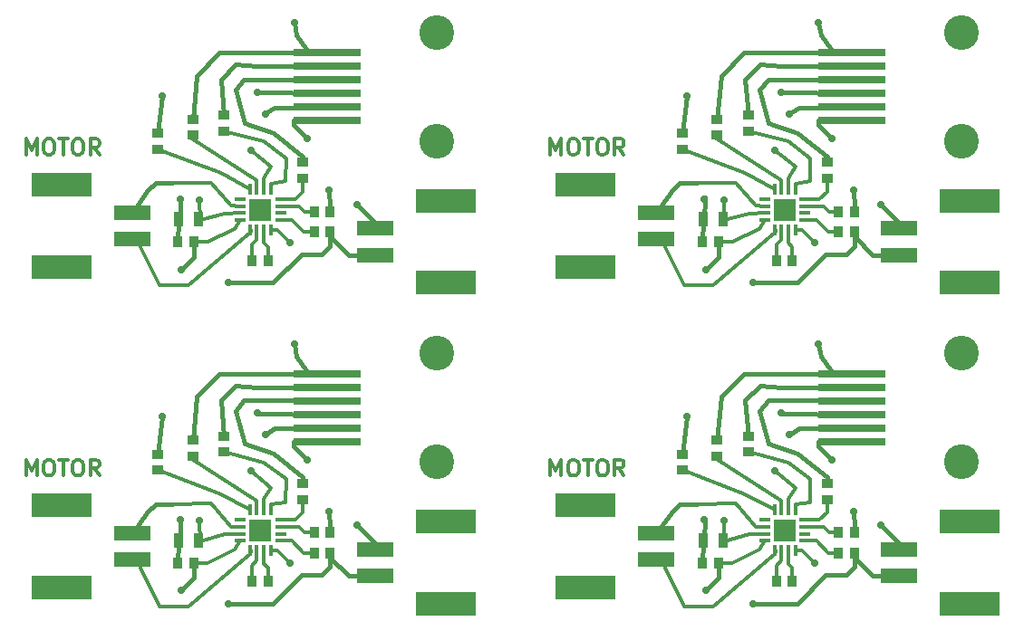
<source format=gtl>
G04 (created by PCBNEW (2013-08-24 BZR 4298)-stable) date Sat 07 Jun 2014 09:10:14 PM PDT*
%MOIN*%
G04 Gerber Fmt 3.4, Leading zero omitted, Abs format*
%FSLAX34Y34*%
G01*
G70*
G90*
G04 APERTURE LIST*
%ADD10C,0.005906*%
%ADD11C,0.011811*%
%ADD12R,0.220472X0.090551*%
%ADD13R,0.133858X0.055118*%
%ADD14R,0.035000X0.055000*%
%ADD15R,0.250000X0.029921*%
%ADD16C,0.127953*%
%ADD17R,0.082677X0.082677*%
%ADD18R,0.013780X0.039370*%
%ADD19R,0.039370X0.013780*%
%ADD20C,0.019685*%
%ADD21R,0.035400X0.039400*%
%ADD22R,0.039400X0.035400*%
%ADD23C,0.027559*%
%ADD24C,0.015748*%
%ADD25C,0.013780*%
%ADD26C,0.009843*%
G04 APERTURE END LIST*
G54D10*
G54D11*
X45711Y-49755D02*
X45711Y-49164D01*
X45908Y-49586D01*
X46105Y-49164D01*
X46105Y-49755D01*
X46498Y-49164D02*
X46611Y-49164D01*
X46667Y-49192D01*
X46723Y-49249D01*
X46751Y-49361D01*
X46751Y-49558D01*
X46723Y-49670D01*
X46667Y-49727D01*
X46611Y-49755D01*
X46498Y-49755D01*
X46442Y-49727D01*
X46386Y-49670D01*
X46358Y-49558D01*
X46358Y-49361D01*
X46386Y-49249D01*
X46442Y-49192D01*
X46498Y-49164D01*
X46920Y-49164D02*
X47258Y-49164D01*
X47089Y-49755D02*
X47089Y-49164D01*
X47567Y-49164D02*
X47679Y-49164D01*
X47736Y-49192D01*
X47792Y-49249D01*
X47820Y-49361D01*
X47820Y-49558D01*
X47792Y-49670D01*
X47736Y-49727D01*
X47679Y-49755D01*
X47567Y-49755D01*
X47511Y-49727D01*
X47455Y-49670D01*
X47426Y-49558D01*
X47426Y-49361D01*
X47455Y-49249D01*
X47511Y-49192D01*
X47567Y-49164D01*
X48411Y-49755D02*
X48214Y-49474D01*
X48073Y-49755D02*
X48073Y-49164D01*
X48298Y-49164D01*
X48354Y-49192D01*
X48383Y-49221D01*
X48411Y-49277D01*
X48411Y-49361D01*
X48383Y-49417D01*
X48354Y-49446D01*
X48298Y-49474D01*
X48073Y-49474D01*
X65002Y-49755D02*
X65002Y-49164D01*
X65199Y-49586D01*
X65396Y-49164D01*
X65396Y-49755D01*
X65790Y-49164D02*
X65902Y-49164D01*
X65958Y-49192D01*
X66015Y-49249D01*
X66043Y-49361D01*
X66043Y-49558D01*
X66015Y-49670D01*
X65958Y-49727D01*
X65902Y-49755D01*
X65790Y-49755D01*
X65733Y-49727D01*
X65677Y-49670D01*
X65649Y-49558D01*
X65649Y-49361D01*
X65677Y-49249D01*
X65733Y-49192D01*
X65790Y-49164D01*
X66212Y-49164D02*
X66549Y-49164D01*
X66380Y-49755D02*
X66380Y-49164D01*
X66858Y-49164D02*
X66971Y-49164D01*
X67027Y-49192D01*
X67083Y-49249D01*
X67111Y-49361D01*
X67111Y-49558D01*
X67083Y-49670D01*
X67027Y-49727D01*
X66971Y-49755D01*
X66858Y-49755D01*
X66802Y-49727D01*
X66746Y-49670D01*
X66718Y-49558D01*
X66718Y-49361D01*
X66746Y-49249D01*
X66802Y-49192D01*
X66858Y-49164D01*
X67702Y-49755D02*
X67505Y-49474D01*
X67365Y-49755D02*
X67365Y-49164D01*
X67589Y-49164D01*
X67646Y-49192D01*
X67674Y-49221D01*
X67702Y-49277D01*
X67702Y-49361D01*
X67674Y-49417D01*
X67646Y-49446D01*
X67589Y-49474D01*
X67365Y-49474D01*
X65002Y-37944D02*
X65002Y-37353D01*
X65199Y-37775D01*
X65396Y-37353D01*
X65396Y-37944D01*
X65790Y-37353D02*
X65902Y-37353D01*
X65958Y-37381D01*
X66015Y-37438D01*
X66043Y-37550D01*
X66043Y-37747D01*
X66015Y-37859D01*
X65958Y-37916D01*
X65902Y-37944D01*
X65790Y-37944D01*
X65733Y-37916D01*
X65677Y-37859D01*
X65649Y-37747D01*
X65649Y-37550D01*
X65677Y-37438D01*
X65733Y-37381D01*
X65790Y-37353D01*
X66212Y-37353D02*
X66549Y-37353D01*
X66380Y-37944D02*
X66380Y-37353D01*
X66858Y-37353D02*
X66971Y-37353D01*
X67027Y-37381D01*
X67083Y-37438D01*
X67111Y-37550D01*
X67111Y-37747D01*
X67083Y-37859D01*
X67027Y-37916D01*
X66971Y-37944D01*
X66858Y-37944D01*
X66802Y-37916D01*
X66746Y-37859D01*
X66718Y-37747D01*
X66718Y-37550D01*
X66746Y-37438D01*
X66802Y-37381D01*
X66858Y-37353D01*
X67702Y-37944D02*
X67505Y-37663D01*
X67365Y-37944D02*
X67365Y-37353D01*
X67589Y-37353D01*
X67646Y-37381D01*
X67674Y-37410D01*
X67702Y-37466D01*
X67702Y-37550D01*
X67674Y-37606D01*
X67646Y-37634D01*
X67589Y-37663D01*
X67365Y-37663D01*
X45711Y-37944D02*
X45711Y-37353D01*
X45908Y-37775D01*
X46105Y-37353D01*
X46105Y-37944D01*
X46498Y-37353D02*
X46611Y-37353D01*
X46667Y-37381D01*
X46723Y-37438D01*
X46751Y-37550D01*
X46751Y-37747D01*
X46723Y-37859D01*
X46667Y-37916D01*
X46611Y-37944D01*
X46498Y-37944D01*
X46442Y-37916D01*
X46386Y-37859D01*
X46358Y-37747D01*
X46358Y-37550D01*
X46386Y-37438D01*
X46442Y-37381D01*
X46498Y-37353D01*
X46920Y-37353D02*
X47258Y-37353D01*
X47089Y-37944D02*
X47089Y-37353D01*
X47567Y-37353D02*
X47679Y-37353D01*
X47736Y-37381D01*
X47792Y-37438D01*
X47820Y-37550D01*
X47820Y-37747D01*
X47792Y-37859D01*
X47736Y-37916D01*
X47679Y-37944D01*
X47567Y-37944D01*
X47511Y-37916D01*
X47455Y-37859D01*
X47426Y-37747D01*
X47426Y-37550D01*
X47455Y-37438D01*
X47511Y-37381D01*
X47567Y-37353D01*
X48411Y-37944D02*
X48214Y-37663D01*
X48073Y-37944D02*
X48073Y-37353D01*
X48298Y-37353D01*
X48354Y-37381D01*
X48383Y-37410D01*
X48411Y-37466D01*
X48411Y-37550D01*
X48383Y-37606D01*
X48354Y-37634D01*
X48298Y-37663D01*
X48073Y-37663D01*
G54D12*
X47007Y-53877D03*
G54D13*
X49606Y-51870D03*
X49606Y-52854D03*
G54D12*
X47007Y-50846D03*
X61141Y-51437D03*
G54D13*
X58543Y-53444D03*
X58543Y-52460D03*
G54D12*
X61141Y-54468D03*
G54D14*
X52067Y-52135D03*
X51317Y-52135D03*
G54D15*
X56801Y-48494D03*
X56801Y-47494D03*
X56801Y-46494D03*
X56801Y-46994D03*
X56801Y-45994D03*
G54D16*
X60826Y-45244D03*
X60826Y-49244D03*
G54D15*
X56801Y-47994D03*
G54D17*
X54330Y-51771D03*
G54D18*
X54714Y-51023D03*
X54458Y-51023D03*
X54202Y-51023D03*
X53946Y-51023D03*
G54D19*
X53582Y-51387D03*
X53582Y-51643D03*
X53582Y-51899D03*
X53582Y-52155D03*
G54D18*
X53946Y-52519D03*
X54202Y-52519D03*
X54458Y-52519D03*
X54714Y-52519D03*
G54D19*
X55078Y-52155D03*
X55078Y-51899D03*
X55078Y-51643D03*
X55078Y-51387D03*
G54D20*
X54330Y-51771D03*
X54557Y-51998D03*
X54557Y-51545D03*
X54104Y-51998D03*
X54104Y-51545D03*
G54D21*
X51298Y-52962D03*
X51890Y-52962D03*
X56308Y-52598D03*
X56900Y-52598D03*
X56308Y-51840D03*
X56900Y-51840D03*
G54D22*
X51842Y-49032D03*
X51842Y-48440D03*
G54D21*
X54015Y-53651D03*
X54607Y-53651D03*
G54D22*
X50570Y-49555D03*
X50570Y-48963D03*
X52996Y-48294D03*
X52996Y-48886D03*
X55881Y-50626D03*
X55881Y-50034D03*
X75173Y-50626D03*
X75173Y-50034D03*
X72287Y-48294D03*
X72287Y-48886D03*
X69862Y-49555D03*
X69862Y-48963D03*
G54D21*
X73306Y-53651D03*
X73898Y-53651D03*
G54D22*
X71133Y-49032D03*
X71133Y-48440D03*
G54D21*
X75599Y-51840D03*
X76191Y-51840D03*
X75599Y-52598D03*
X76191Y-52598D03*
X70589Y-52962D03*
X71181Y-52962D03*
G54D17*
X73622Y-51771D03*
G54D18*
X74005Y-51023D03*
X73750Y-51023D03*
X73494Y-51023D03*
X73238Y-51023D03*
G54D19*
X72874Y-51387D03*
X72874Y-51643D03*
X72874Y-51899D03*
X72874Y-52155D03*
G54D18*
X73238Y-52519D03*
X73494Y-52519D03*
X73750Y-52519D03*
X74005Y-52519D03*
G54D19*
X74370Y-52155D03*
X74370Y-51899D03*
X74370Y-51643D03*
X74370Y-51387D03*
G54D20*
X73622Y-51771D03*
X73848Y-51998D03*
X73848Y-51545D03*
X73395Y-51998D03*
X73395Y-51545D03*
G54D15*
X76092Y-48494D03*
X76092Y-47494D03*
X76092Y-46494D03*
X76092Y-46994D03*
X76092Y-45994D03*
G54D16*
X80118Y-45244D03*
X80118Y-49244D03*
G54D15*
X76092Y-47994D03*
G54D14*
X71359Y-52135D03*
X70609Y-52135D03*
G54D12*
X80433Y-51437D03*
G54D13*
X77834Y-53444D03*
X77834Y-52460D03*
G54D12*
X80433Y-54468D03*
X66299Y-53877D03*
G54D13*
X68897Y-51870D03*
X68897Y-52854D03*
G54D12*
X66299Y-50846D03*
X66299Y-42066D03*
G54D13*
X68897Y-40059D03*
X68897Y-41043D03*
G54D12*
X66299Y-39035D03*
X80433Y-39625D03*
G54D13*
X77834Y-41633D03*
X77834Y-40649D03*
G54D12*
X80433Y-42657D03*
G54D14*
X71359Y-40324D03*
X70609Y-40324D03*
G54D15*
X76092Y-36683D03*
X76092Y-35683D03*
X76092Y-34683D03*
X76092Y-35183D03*
X76092Y-34183D03*
G54D16*
X80118Y-33433D03*
X80118Y-37433D03*
G54D15*
X76092Y-36183D03*
G54D17*
X73622Y-39960D03*
G54D18*
X74005Y-39212D03*
X73750Y-39212D03*
X73494Y-39212D03*
X73238Y-39212D03*
G54D19*
X72874Y-39576D03*
X72874Y-39832D03*
X72874Y-40088D03*
X72874Y-40344D03*
G54D18*
X73238Y-40708D03*
X73494Y-40708D03*
X73750Y-40708D03*
X74005Y-40708D03*
G54D19*
X74370Y-40344D03*
X74370Y-40088D03*
X74370Y-39832D03*
X74370Y-39576D03*
G54D20*
X73622Y-39960D03*
X73848Y-40187D03*
X73848Y-39734D03*
X73395Y-40187D03*
X73395Y-39734D03*
G54D21*
X70589Y-41151D03*
X71181Y-41151D03*
X75599Y-40787D03*
X76191Y-40787D03*
X75599Y-40029D03*
X76191Y-40029D03*
G54D22*
X71133Y-37221D03*
X71133Y-36629D03*
G54D21*
X73306Y-41840D03*
X73898Y-41840D03*
G54D22*
X69862Y-37744D03*
X69862Y-37152D03*
X72287Y-36483D03*
X72287Y-37075D03*
X75173Y-38815D03*
X75173Y-38223D03*
X55881Y-38815D03*
X55881Y-38223D03*
X52996Y-36483D03*
X52996Y-37075D03*
X50570Y-37744D03*
X50570Y-37152D03*
G54D21*
X54015Y-41840D03*
X54607Y-41840D03*
G54D22*
X51842Y-37221D03*
X51842Y-36629D03*
G54D21*
X56308Y-40029D03*
X56900Y-40029D03*
X56308Y-40787D03*
X56900Y-40787D03*
X51298Y-41151D03*
X51890Y-41151D03*
G54D17*
X54330Y-39960D03*
G54D18*
X54714Y-39212D03*
X54458Y-39212D03*
X54202Y-39212D03*
X53946Y-39212D03*
G54D19*
X53582Y-39576D03*
X53582Y-39832D03*
X53582Y-40088D03*
X53582Y-40344D03*
G54D18*
X53946Y-40708D03*
X54202Y-40708D03*
X54458Y-40708D03*
X54714Y-40708D03*
G54D19*
X55078Y-40344D03*
X55078Y-40088D03*
X55078Y-39832D03*
X55078Y-39576D03*
G54D20*
X54330Y-39960D03*
X54557Y-40187D03*
X54557Y-39734D03*
X54104Y-40187D03*
X54104Y-39734D03*
G54D15*
X56801Y-36683D03*
X56801Y-35683D03*
X56801Y-34683D03*
X56801Y-35183D03*
X56801Y-34183D03*
G54D16*
X60826Y-33433D03*
X60826Y-37433D03*
G54D15*
X56801Y-36183D03*
G54D14*
X52067Y-40324D03*
X51317Y-40324D03*
G54D12*
X61141Y-39625D03*
G54D13*
X58543Y-41633D03*
X58543Y-40649D03*
G54D12*
X61141Y-42657D03*
X47007Y-42066D03*
G54D13*
X49606Y-40059D03*
X49606Y-41043D03*
G54D12*
X47007Y-39035D03*
G54D23*
X52086Y-51417D03*
X54511Y-48251D03*
X73803Y-48251D03*
X71377Y-51417D03*
X71377Y-39606D03*
X73803Y-36440D03*
X54511Y-36440D03*
X52086Y-39606D03*
X51377Y-51387D03*
X53980Y-49590D03*
X56055Y-49161D03*
X57874Y-51574D03*
X55433Y-52972D03*
X74724Y-52972D03*
X77165Y-51574D03*
X75346Y-49161D03*
X73271Y-49590D03*
X70669Y-51387D03*
X70669Y-39576D03*
X73271Y-37779D03*
X75346Y-37350D03*
X77165Y-39763D03*
X74724Y-41161D03*
X55433Y-41161D03*
X57874Y-39763D03*
X56055Y-37350D03*
X53980Y-37779D03*
X51377Y-39576D03*
X54208Y-47452D03*
X50720Y-47590D03*
X70011Y-47590D03*
X73500Y-47452D03*
X73500Y-35641D03*
X70011Y-35779D03*
X50720Y-35779D03*
X54208Y-35641D03*
X56850Y-51062D03*
X55574Y-44901D03*
X74866Y-44901D03*
X76141Y-51062D03*
X76141Y-39251D03*
X74866Y-33090D03*
X55574Y-33090D03*
X56850Y-39251D03*
X51417Y-53986D03*
X53159Y-54458D03*
X72450Y-54458D03*
X70708Y-53986D03*
X70708Y-42175D03*
X72450Y-42647D03*
X53159Y-42647D03*
X51417Y-42175D03*
G54D24*
X52086Y-51417D02*
X52086Y-51417D01*
G54D25*
X53031Y-51903D02*
X52106Y-52165D01*
X53582Y-51899D02*
X53031Y-51903D01*
X52086Y-51417D02*
X52106Y-52165D01*
G54D24*
X54568Y-48194D02*
X54511Y-48251D01*
X54870Y-48009D02*
X54568Y-48194D01*
X56801Y-47994D02*
X54870Y-48009D01*
X76092Y-47994D02*
X74161Y-48009D01*
X74161Y-48009D02*
X73860Y-48194D01*
X73860Y-48194D02*
X73803Y-48251D01*
G54D25*
X71377Y-51417D02*
X71397Y-52165D01*
X72874Y-51899D02*
X72322Y-51903D01*
X72322Y-51903D02*
X71397Y-52165D01*
G54D24*
X71377Y-51417D02*
X71377Y-51417D01*
X71377Y-39606D02*
X71377Y-39606D01*
G54D25*
X72322Y-40092D02*
X71397Y-40354D01*
X72874Y-40088D02*
X72322Y-40092D01*
X71377Y-39606D02*
X71397Y-40354D01*
G54D24*
X73860Y-36383D02*
X73803Y-36440D01*
X74161Y-36198D02*
X73860Y-36383D01*
X76092Y-36183D02*
X74161Y-36198D01*
X56801Y-36183D02*
X54870Y-36198D01*
X54870Y-36198D02*
X54568Y-36383D01*
X54568Y-36383D02*
X54511Y-36440D01*
G54D25*
X52086Y-39606D02*
X52106Y-40354D01*
X53582Y-40088D02*
X53031Y-40092D01*
X53031Y-40092D02*
X52106Y-40354D01*
G54D24*
X52086Y-39606D02*
X52086Y-39606D01*
X51318Y-52215D02*
X51377Y-52155D01*
X51298Y-52962D02*
X51318Y-52215D01*
X51387Y-51328D02*
X51377Y-51387D01*
X51377Y-52155D02*
X51387Y-51328D01*
G54D25*
X54724Y-50196D02*
X53980Y-49590D01*
X54458Y-50610D02*
X54724Y-50196D01*
X54458Y-51023D02*
X54458Y-50610D01*
G54D24*
X55553Y-48494D02*
X55559Y-48500D01*
X55559Y-48500D02*
X55559Y-48665D01*
X55559Y-48665D02*
X56055Y-49161D01*
X56801Y-48494D02*
X55553Y-48494D01*
X58543Y-52244D02*
X57874Y-51574D01*
X58543Y-52460D02*
X58543Y-52244D01*
G54D25*
X54960Y-52519D02*
X55433Y-52972D01*
X54714Y-52519D02*
X54960Y-52519D01*
X74005Y-52519D02*
X74251Y-52519D01*
X74251Y-52519D02*
X74724Y-52972D01*
G54D24*
X77834Y-52460D02*
X77834Y-52244D01*
X77834Y-52244D02*
X77165Y-51574D01*
X76092Y-48494D02*
X74844Y-48494D01*
X74850Y-48665D02*
X75346Y-49161D01*
X74850Y-48500D02*
X74850Y-48665D01*
X74844Y-48494D02*
X74850Y-48500D01*
G54D25*
X73750Y-51023D02*
X73750Y-50610D01*
X73750Y-50610D02*
X74015Y-50196D01*
X74015Y-50196D02*
X73271Y-49590D01*
G54D24*
X70669Y-52155D02*
X70679Y-51328D01*
X70679Y-51328D02*
X70669Y-51387D01*
X70589Y-52962D02*
X70609Y-52215D01*
X70609Y-52215D02*
X70669Y-52155D01*
X70609Y-40404D02*
X70669Y-40344D01*
X70589Y-41151D02*
X70609Y-40404D01*
X70679Y-39517D02*
X70669Y-39576D01*
X70669Y-40344D02*
X70679Y-39517D01*
G54D25*
X74015Y-38385D02*
X73271Y-37779D01*
X73750Y-38799D02*
X74015Y-38385D01*
X73750Y-39212D02*
X73750Y-38799D01*
G54D24*
X74844Y-36683D02*
X74850Y-36688D01*
X74850Y-36688D02*
X74850Y-36854D01*
X74850Y-36854D02*
X75346Y-37350D01*
X76092Y-36683D02*
X74844Y-36683D01*
X77834Y-40433D02*
X77165Y-39763D01*
X77834Y-40649D02*
X77834Y-40433D01*
G54D25*
X74251Y-40708D02*
X74724Y-41161D01*
X74005Y-40708D02*
X74251Y-40708D01*
X54714Y-40708D02*
X54960Y-40708D01*
X54960Y-40708D02*
X55433Y-41161D01*
G54D24*
X58543Y-40649D02*
X58543Y-40433D01*
X58543Y-40433D02*
X57874Y-39763D01*
X56801Y-36683D02*
X55553Y-36683D01*
X55559Y-36854D02*
X56055Y-37350D01*
X55559Y-36688D02*
X55559Y-36854D01*
X55553Y-36683D02*
X55559Y-36688D01*
G54D25*
X54458Y-39212D02*
X54458Y-38799D01*
X54458Y-38799D02*
X54724Y-38385D01*
X54724Y-38385D02*
X53980Y-37779D01*
G54D24*
X51377Y-40344D02*
X51387Y-39517D01*
X51387Y-39517D02*
X51377Y-39576D01*
X51298Y-41151D02*
X51318Y-40404D01*
X51318Y-40404D02*
X51377Y-40344D01*
G54D25*
X55610Y-51387D02*
X55885Y-51112D01*
X55885Y-51112D02*
X55881Y-50626D01*
X55078Y-51387D02*
X55610Y-51387D01*
X74370Y-51387D02*
X74901Y-51387D01*
X75177Y-51112D02*
X75173Y-50626D01*
X74901Y-51387D02*
X75177Y-51112D01*
X74901Y-39576D02*
X75177Y-39301D01*
X75177Y-39301D02*
X75173Y-38815D01*
X74370Y-39576D02*
X74901Y-39576D01*
X55078Y-39576D02*
X55610Y-39576D01*
X55885Y-39301D02*
X55881Y-38815D01*
X55610Y-39576D02*
X55885Y-39301D01*
G54D24*
X51102Y-50795D02*
X51071Y-50795D01*
G54D25*
X52519Y-50787D02*
X51102Y-50795D01*
X53267Y-51633D02*
X52519Y-50787D01*
X53582Y-51643D02*
X53267Y-51633D01*
G54D24*
X50201Y-51067D02*
X49606Y-51870D01*
X50474Y-50795D02*
X50201Y-51067D01*
X51102Y-50795D02*
X50474Y-50795D01*
X70393Y-50795D02*
X69765Y-50795D01*
X69765Y-50795D02*
X69493Y-51067D01*
X69493Y-51067D02*
X68897Y-51870D01*
G54D25*
X72874Y-51643D02*
X72559Y-51633D01*
X72559Y-51633D02*
X71811Y-50787D01*
X71811Y-50787D02*
X70393Y-50795D01*
G54D24*
X70393Y-50795D02*
X70363Y-50795D01*
X70393Y-38984D02*
X70363Y-38984D01*
G54D25*
X71811Y-38976D02*
X70393Y-38984D01*
X72559Y-39822D02*
X71811Y-38976D01*
X72874Y-39832D02*
X72559Y-39822D01*
G54D24*
X69493Y-39256D02*
X68897Y-40059D01*
X69765Y-38984D02*
X69493Y-39256D01*
X70393Y-38984D02*
X69765Y-38984D01*
X51102Y-38984D02*
X50474Y-38984D01*
X50474Y-38984D02*
X50201Y-39256D01*
X50201Y-39256D02*
X49606Y-40059D01*
G54D25*
X53582Y-39832D02*
X53267Y-39822D01*
X53267Y-39822D02*
X52519Y-38976D01*
X52519Y-38976D02*
X51102Y-38984D01*
G54D24*
X51102Y-38984D02*
X51071Y-38984D01*
X53946Y-52519D02*
X53946Y-52549D01*
G54D25*
X50629Y-54566D02*
X49881Y-53070D01*
X49881Y-53070D02*
X49606Y-52854D01*
X53946Y-52519D02*
X53946Y-52627D01*
X53946Y-52627D02*
X51701Y-54566D01*
X51701Y-54566D02*
X50629Y-54566D01*
X70992Y-54566D02*
X69920Y-54566D01*
X73238Y-52627D02*
X70992Y-54566D01*
X73238Y-52519D02*
X73238Y-52627D01*
X69173Y-53070D02*
X68897Y-52854D01*
X69920Y-54566D02*
X69173Y-53070D01*
G54D24*
X73238Y-52519D02*
X73238Y-52549D01*
X73238Y-40708D02*
X73238Y-40738D01*
G54D25*
X69920Y-42755D02*
X69173Y-41259D01*
X69173Y-41259D02*
X68897Y-41043D01*
X73238Y-40708D02*
X73238Y-40816D01*
X73238Y-40816D02*
X70992Y-42755D01*
X70992Y-42755D02*
X69920Y-42755D01*
X51701Y-42755D02*
X50629Y-42755D01*
X53946Y-40816D02*
X51701Y-42755D01*
X53946Y-40708D02*
X53946Y-40816D01*
X49881Y-41259D02*
X49606Y-41043D01*
X50629Y-42755D02*
X49881Y-41259D01*
G54D24*
X53946Y-40708D02*
X53946Y-40738D01*
X53421Y-46429D02*
X54187Y-46494D01*
X52877Y-46988D02*
X52996Y-48294D01*
X56801Y-46494D02*
X54187Y-46494D01*
X52877Y-46988D02*
X53421Y-46429D01*
X72169Y-46988D02*
X72712Y-46429D01*
X76092Y-46494D02*
X73478Y-46494D01*
X72169Y-46988D02*
X72287Y-48294D01*
X72712Y-46429D02*
X73478Y-46494D01*
X72712Y-34618D02*
X73478Y-34683D01*
X72169Y-35177D02*
X72287Y-36483D01*
X76092Y-34683D02*
X73478Y-34683D01*
X72169Y-35177D02*
X72712Y-34618D01*
X52877Y-35177D02*
X53421Y-34618D01*
X56801Y-34683D02*
X54187Y-34683D01*
X52877Y-35177D02*
X52996Y-36483D01*
X53421Y-34618D02*
X54187Y-34683D01*
X54222Y-47466D02*
X54208Y-47452D01*
X50570Y-48963D02*
X50570Y-48963D01*
X50570Y-48963D02*
X50720Y-47590D01*
X56801Y-47494D02*
X54222Y-47466D01*
X76092Y-47494D02*
X73513Y-47466D01*
X69861Y-48963D02*
X70011Y-47590D01*
X69861Y-48963D02*
X69862Y-48963D01*
X73513Y-47466D02*
X73500Y-47452D01*
X73513Y-35655D02*
X73500Y-35641D01*
X69861Y-37152D02*
X69862Y-37152D01*
X69861Y-37152D02*
X70011Y-35779D01*
X76092Y-35683D02*
X73513Y-35655D01*
X56801Y-35683D02*
X54222Y-35655D01*
X50570Y-37152D02*
X50720Y-35779D01*
X50570Y-37152D02*
X50570Y-37152D01*
X54222Y-35655D02*
X54208Y-35641D01*
X55881Y-49803D02*
X54811Y-48937D01*
X53744Y-48574D02*
X53409Y-47366D01*
X54811Y-48937D02*
X53744Y-48574D01*
X53716Y-46984D02*
X54807Y-46988D01*
X53409Y-47366D02*
X53716Y-46984D01*
X54807Y-46988D02*
X56801Y-46994D01*
X55881Y-50034D02*
X55881Y-49803D01*
X75173Y-50034D02*
X75173Y-49803D01*
X74098Y-46988D02*
X76092Y-46994D01*
X72700Y-47366D02*
X73007Y-46984D01*
X73007Y-46984D02*
X74098Y-46988D01*
X74102Y-48937D02*
X73035Y-48574D01*
X73035Y-48574D02*
X72700Y-47366D01*
X75173Y-49803D02*
X74102Y-48937D01*
X75173Y-37992D02*
X74102Y-37125D01*
X73035Y-36763D02*
X72700Y-35555D01*
X74102Y-37125D02*
X73035Y-36763D01*
X73007Y-35173D02*
X74098Y-35177D01*
X72700Y-35555D02*
X73007Y-35173D01*
X74098Y-35177D02*
X76092Y-35183D01*
X75173Y-38223D02*
X75173Y-37992D01*
X55881Y-38223D02*
X55881Y-37992D01*
X54807Y-35177D02*
X56801Y-35183D01*
X53409Y-35555D02*
X53716Y-35173D01*
X53716Y-35173D02*
X54807Y-35177D01*
X54811Y-37125D02*
X53744Y-36763D01*
X53744Y-36763D02*
X53409Y-35555D01*
X55881Y-37992D02*
X54811Y-37125D01*
G54D25*
X54458Y-53001D02*
X54607Y-53150D01*
X54607Y-53150D02*
X54607Y-53651D01*
X54458Y-52519D02*
X54458Y-53001D01*
X73750Y-52519D02*
X73750Y-53001D01*
X73898Y-53150D02*
X73898Y-53651D01*
X73750Y-53001D02*
X73898Y-53150D01*
X73750Y-41190D02*
X73898Y-41339D01*
X73898Y-41339D02*
X73898Y-41840D01*
X73750Y-40708D02*
X73750Y-41190D01*
X54458Y-40708D02*
X54458Y-41190D01*
X54607Y-41339D02*
X54607Y-41840D01*
X54458Y-41190D02*
X54607Y-41339D01*
X54202Y-52874D02*
X54015Y-53061D01*
X54015Y-53061D02*
X54015Y-53651D01*
X54202Y-52519D02*
X54202Y-52874D01*
X73494Y-52519D02*
X73494Y-52874D01*
X73306Y-53061D02*
X73306Y-53651D01*
X73494Y-52874D02*
X73306Y-53061D01*
X73494Y-41062D02*
X73306Y-41250D01*
X73306Y-41250D02*
X73306Y-41840D01*
X73494Y-40708D02*
X73494Y-41062D01*
X54202Y-40708D02*
X54202Y-41062D01*
X54015Y-41250D02*
X54015Y-41840D01*
X54202Y-41062D02*
X54015Y-41250D01*
X55482Y-52155D02*
X55925Y-52598D01*
X55925Y-52598D02*
X56308Y-52598D01*
X55078Y-52155D02*
X55482Y-52155D01*
X74370Y-52155D02*
X74773Y-52155D01*
X75216Y-52598D02*
X75599Y-52598D01*
X74773Y-52155D02*
X75216Y-52598D01*
X74773Y-40344D02*
X75216Y-40787D01*
X75216Y-40787D02*
X75599Y-40787D01*
X74370Y-40344D02*
X74773Y-40344D01*
X55078Y-40344D02*
X55482Y-40344D01*
X55925Y-40787D02*
X56308Y-40787D01*
X55482Y-40344D02*
X55925Y-40787D01*
X55757Y-51643D02*
X55954Y-51840D01*
X55954Y-51840D02*
X56308Y-51840D01*
X55078Y-51643D02*
X55757Y-51643D01*
X74370Y-51643D02*
X75049Y-51643D01*
X75246Y-51840D02*
X75599Y-51840D01*
X75049Y-51643D02*
X75246Y-51840D01*
X75049Y-39832D02*
X75246Y-40029D01*
X75246Y-40029D02*
X75599Y-40029D01*
X74370Y-39832D02*
X75049Y-39832D01*
X55078Y-39832D02*
X55757Y-39832D01*
X55954Y-40029D02*
X56308Y-40029D01*
X55757Y-39832D02*
X55954Y-40029D01*
X51763Y-49110D02*
X51842Y-49032D01*
X54192Y-50669D02*
X51763Y-49110D01*
X54202Y-51023D02*
X54192Y-50669D01*
X73494Y-51023D02*
X73484Y-50669D01*
X73484Y-50669D02*
X71055Y-49110D01*
X71055Y-49110D02*
X71133Y-49032D01*
X71055Y-37299D02*
X71133Y-37221D01*
X73484Y-38858D02*
X71055Y-37299D01*
X73494Y-39212D02*
X73484Y-38858D01*
X54202Y-39212D02*
X54192Y-38858D01*
X54192Y-38858D02*
X51763Y-37299D01*
X51763Y-37299D02*
X51842Y-37221D01*
X54714Y-50807D02*
X55267Y-50729D01*
X54460Y-49259D02*
X52996Y-48886D01*
X55275Y-49881D02*
X54460Y-49259D01*
X55267Y-50729D02*
X55275Y-49881D01*
X54714Y-51023D02*
X54714Y-50807D01*
X74005Y-51023D02*
X74005Y-50807D01*
X74558Y-50729D02*
X74566Y-49881D01*
X74566Y-49881D02*
X73751Y-49259D01*
X73751Y-49259D02*
X72287Y-48886D01*
X74005Y-50807D02*
X74558Y-50729D01*
X74005Y-38996D02*
X74558Y-38918D01*
X73751Y-37448D02*
X72287Y-37075D01*
X74566Y-38070D02*
X73751Y-37448D01*
X74558Y-38918D02*
X74566Y-38070D01*
X74005Y-39212D02*
X74005Y-38996D01*
X54714Y-39212D02*
X54714Y-38996D01*
X55267Y-38918D02*
X55275Y-38070D01*
X55275Y-38070D02*
X54460Y-37448D01*
X54460Y-37448D02*
X52996Y-37075D01*
X54714Y-38996D02*
X55267Y-38918D01*
X52874Y-50433D02*
X50570Y-49555D01*
X53946Y-51023D02*
X52874Y-50433D01*
X73238Y-51023D02*
X72165Y-50433D01*
X72165Y-50433D02*
X69862Y-49555D01*
X72165Y-38622D02*
X69862Y-37744D01*
X73238Y-39212D02*
X72165Y-38622D01*
X53946Y-39212D02*
X52874Y-38622D01*
X52874Y-38622D02*
X50570Y-37744D01*
G54D24*
X56888Y-51656D02*
X56850Y-51062D01*
X56900Y-51840D02*
X56888Y-51656D01*
X56131Y-45994D02*
X55665Y-45366D01*
X55665Y-45366D02*
X55574Y-44901D01*
X56801Y-45994D02*
X56131Y-45994D01*
X51988Y-46842D02*
X52836Y-45994D01*
X52836Y-45994D02*
X56801Y-45994D01*
X51842Y-48440D02*
X51988Y-46842D01*
X71133Y-48440D02*
X71279Y-46842D01*
X72127Y-45994D02*
X76092Y-45994D01*
X71279Y-46842D02*
X72127Y-45994D01*
X76092Y-45994D02*
X75423Y-45994D01*
X74956Y-45366D02*
X74866Y-44901D01*
X75423Y-45994D02*
X74956Y-45366D01*
X76191Y-51840D02*
X76179Y-51656D01*
X76179Y-51656D02*
X76141Y-51062D01*
X76179Y-39845D02*
X76141Y-39251D01*
X76191Y-40029D02*
X76179Y-39845D01*
X75423Y-34183D02*
X74956Y-33555D01*
X74956Y-33555D02*
X74866Y-33090D01*
X76092Y-34183D02*
X75423Y-34183D01*
X71279Y-35031D02*
X72127Y-34183D01*
X72127Y-34183D02*
X76092Y-34183D01*
X71133Y-36629D02*
X71279Y-35031D01*
X51842Y-36629D02*
X51988Y-35031D01*
X52836Y-34183D02*
X56801Y-34183D01*
X51988Y-35031D02*
X52836Y-34183D01*
X56801Y-34183D02*
X56131Y-34183D01*
X55665Y-33555D02*
X55574Y-33090D01*
X56131Y-34183D02*
X55665Y-33555D01*
X56900Y-40029D02*
X56888Y-39845D01*
X56888Y-39845D02*
X56850Y-39251D01*
G54D25*
X52401Y-52962D02*
X51890Y-52962D01*
X53385Y-52480D02*
X52401Y-52962D01*
X53582Y-52155D02*
X53385Y-52480D01*
G54D24*
X51417Y-53986D02*
X51890Y-53513D01*
X51890Y-53513D02*
X51890Y-52962D01*
X53159Y-54458D02*
X54793Y-54458D01*
X54793Y-54458D02*
X55846Y-53405D01*
X55846Y-53405D02*
X56604Y-53405D01*
X56604Y-53405D02*
X56900Y-53109D01*
X56900Y-53109D02*
X56900Y-52598D01*
X57578Y-53444D02*
X56900Y-52766D01*
G54D26*
X56900Y-52766D02*
X56900Y-52598D01*
G54D24*
X58543Y-53444D02*
X57578Y-53444D01*
X77834Y-53444D02*
X76870Y-53444D01*
G54D26*
X76191Y-52766D02*
X76191Y-52598D01*
G54D24*
X76870Y-53444D02*
X76191Y-52766D01*
X76191Y-53109D02*
X76191Y-52598D01*
X75895Y-53405D02*
X76191Y-53109D01*
X75137Y-53405D02*
X75895Y-53405D01*
X74084Y-54458D02*
X75137Y-53405D01*
X72450Y-54458D02*
X74084Y-54458D01*
X71181Y-53513D02*
X71181Y-52962D01*
X70708Y-53986D02*
X71181Y-53513D01*
G54D25*
X72874Y-52155D02*
X72677Y-52480D01*
X72677Y-52480D02*
X71692Y-52962D01*
X71692Y-52962D02*
X71181Y-52962D01*
X71692Y-41151D02*
X71181Y-41151D01*
X72677Y-40669D02*
X71692Y-41151D01*
X72874Y-40344D02*
X72677Y-40669D01*
G54D24*
X70708Y-42175D02*
X71181Y-41702D01*
X71181Y-41702D02*
X71181Y-41151D01*
X72450Y-42647D02*
X74084Y-42647D01*
X74084Y-42647D02*
X75137Y-41594D01*
X75137Y-41594D02*
X75895Y-41594D01*
X75895Y-41594D02*
X76191Y-41298D01*
X76191Y-41298D02*
X76191Y-40787D01*
X76870Y-41633D02*
X76191Y-40955D01*
G54D26*
X76191Y-40955D02*
X76191Y-40787D01*
G54D24*
X77834Y-41633D02*
X76870Y-41633D01*
X58543Y-41633D02*
X57578Y-41633D01*
G54D26*
X56900Y-40955D02*
X56900Y-40787D01*
G54D24*
X57578Y-41633D02*
X56900Y-40955D01*
X56900Y-41298D02*
X56900Y-40787D01*
X56604Y-41594D02*
X56900Y-41298D01*
X55846Y-41594D02*
X56604Y-41594D01*
X54793Y-42647D02*
X55846Y-41594D01*
X53159Y-42647D02*
X54793Y-42647D01*
X51890Y-41702D02*
X51890Y-41151D01*
X51417Y-42175D02*
X51890Y-41702D01*
G54D25*
X53582Y-40344D02*
X53385Y-40669D01*
X53385Y-40669D02*
X52401Y-41151D01*
X52401Y-41151D02*
X51890Y-41151D01*
M02*

</source>
